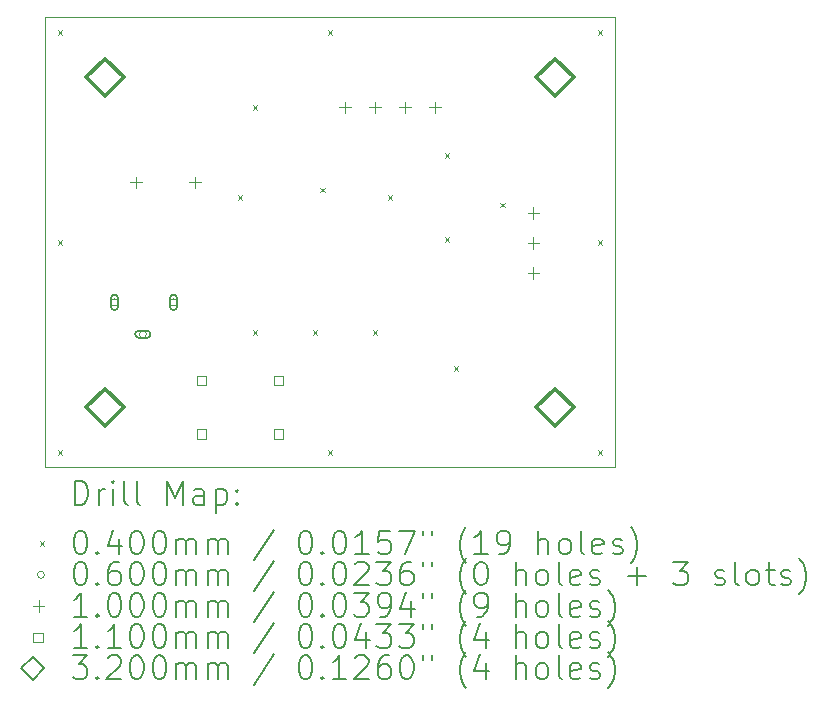
<source format=gbr>
%TF.GenerationSoftware,KiCad,Pcbnew,(6.0.8)*%
%TF.CreationDate,2022-12-23T18:45:43+01:00*%
%TF.ProjectId,Neopixel_LED_Star,4e656f70-6978-4656-9c5f-4c45445f5374,rev?*%
%TF.SameCoordinates,Original*%
%TF.FileFunction,Drillmap*%
%TF.FilePolarity,Positive*%
%FSLAX45Y45*%
G04 Gerber Fmt 4.5, Leading zero omitted, Abs format (unit mm)*
G04 Created by KiCad (PCBNEW (6.0.8)) date 2022-12-23 18:45:43*
%MOMM*%
%LPD*%
G01*
G04 APERTURE LIST*
%ADD10C,0.100000*%
%ADD11C,0.200000*%
%ADD12C,0.040000*%
%ADD13C,0.060000*%
%ADD14C,0.110000*%
%ADD15C,0.320000*%
G04 APERTURE END LIST*
D10*
X12192000Y-10668000D02*
X12192000Y-6858000D01*
X17018000Y-6858000D02*
X17018000Y-10668000D01*
X12192000Y-6858000D02*
X17018000Y-6858000D01*
X17018000Y-10668000D02*
X12192000Y-10668000D01*
D11*
D12*
X12299000Y-6965000D02*
X12339000Y-7005000D01*
X12339000Y-6965000D02*
X12299000Y-7005000D01*
X12299000Y-8743000D02*
X12339000Y-8783000D01*
X12339000Y-8743000D02*
X12299000Y-8783000D01*
X12299000Y-10521000D02*
X12339000Y-10561000D01*
X12339000Y-10521000D02*
X12299000Y-10561000D01*
X13823000Y-8362000D02*
X13863000Y-8402000D01*
X13863000Y-8362000D02*
X13823000Y-8402000D01*
X13950000Y-7600000D02*
X13990000Y-7640000D01*
X13990000Y-7600000D02*
X13950000Y-7640000D01*
X13950000Y-9505000D02*
X13990000Y-9545000D01*
X13990000Y-9505000D02*
X13950000Y-9545000D01*
X14458000Y-9505000D02*
X14498000Y-9545000D01*
X14498000Y-9505000D02*
X14458000Y-9545000D01*
X14521500Y-8298500D02*
X14561500Y-8338500D01*
X14561500Y-8298500D02*
X14521500Y-8338500D01*
X14585000Y-6965000D02*
X14625000Y-7005000D01*
X14625000Y-6965000D02*
X14585000Y-7005000D01*
X14585000Y-10521000D02*
X14625000Y-10561000D01*
X14625000Y-10521000D02*
X14585000Y-10561000D01*
X14966000Y-9505000D02*
X15006000Y-9545000D01*
X15006000Y-9505000D02*
X14966000Y-9545000D01*
X15093000Y-8362000D02*
X15133000Y-8402000D01*
X15133000Y-8362000D02*
X15093000Y-8402000D01*
X15575600Y-8006400D02*
X15615600Y-8046400D01*
X15615600Y-8006400D02*
X15575600Y-8046400D01*
X15575600Y-8717600D02*
X15615600Y-8757600D01*
X15615600Y-8717600D02*
X15575600Y-8757600D01*
X15651800Y-9809800D02*
X15691800Y-9849800D01*
X15691800Y-9809800D02*
X15651800Y-9849800D01*
X16045500Y-8425500D02*
X16085500Y-8465500D01*
X16085500Y-8425500D02*
X16045500Y-8465500D01*
X16871000Y-6965000D02*
X16911000Y-7005000D01*
X16911000Y-6965000D02*
X16871000Y-7005000D01*
X16871000Y-8743000D02*
X16911000Y-8783000D01*
X16911000Y-8743000D02*
X16871000Y-8783000D01*
X16871000Y-10521000D02*
X16911000Y-10561000D01*
X16911000Y-10521000D02*
X16871000Y-10561000D01*
D13*
X12809700Y-9271000D02*
G75*
G03*
X12809700Y-9271000I-30000J0D01*
G01*
D11*
X12749700Y-9236000D02*
X12749700Y-9306000D01*
X12809700Y-9236000D02*
X12809700Y-9306000D01*
X12749700Y-9306000D02*
G75*
G03*
X12809700Y-9306000I30000J0D01*
G01*
X12809700Y-9236000D02*
G75*
G03*
X12749700Y-9236000I-30000J0D01*
G01*
D13*
X13049700Y-9541000D02*
G75*
G03*
X13049700Y-9541000I-30000J0D01*
G01*
D11*
X12984700Y-9571000D02*
X13054700Y-9571000D01*
X12984700Y-9511000D02*
X13054700Y-9511000D01*
X13054700Y-9571000D02*
G75*
G03*
X13054700Y-9511000I0J30000D01*
G01*
X12984700Y-9511000D02*
G75*
G03*
X12984700Y-9571000I0J-30000D01*
G01*
D13*
X13309700Y-9271000D02*
G75*
G03*
X13309700Y-9271000I-30000J0D01*
G01*
D11*
X13249700Y-9236000D02*
X13249700Y-9306000D01*
X13309700Y-9236000D02*
X13309700Y-9306000D01*
X13249700Y-9306000D02*
G75*
G03*
X13309700Y-9306000I30000J0D01*
G01*
X13309700Y-9236000D02*
G75*
G03*
X13249700Y-9236000I-30000J0D01*
G01*
D10*
X12962000Y-8205000D02*
X12962000Y-8305000D01*
X12912000Y-8255000D02*
X13012000Y-8255000D01*
X13462000Y-8205000D02*
X13462000Y-8305000D01*
X13412000Y-8255000D02*
X13512000Y-8255000D01*
X14732000Y-7570000D02*
X14732000Y-7670000D01*
X14682000Y-7620000D02*
X14782000Y-7620000D01*
X14986000Y-7570000D02*
X14986000Y-7670000D01*
X14936000Y-7620000D02*
X15036000Y-7620000D01*
X15240000Y-7570000D02*
X15240000Y-7670000D01*
X15190000Y-7620000D02*
X15290000Y-7620000D01*
X15494000Y-7570000D02*
X15494000Y-7670000D01*
X15444000Y-7620000D02*
X15544000Y-7620000D01*
X16326500Y-8467000D02*
X16326500Y-8567000D01*
X16276500Y-8517000D02*
X16376500Y-8517000D01*
X16326500Y-8721000D02*
X16326500Y-8821000D01*
X16276500Y-8771000D02*
X16376500Y-8771000D01*
X16326500Y-8975000D02*
X16326500Y-9075000D01*
X16276500Y-9025000D02*
X16376500Y-9025000D01*
D14*
X13556891Y-9973891D02*
X13556891Y-9896109D01*
X13479109Y-9896109D01*
X13479109Y-9973891D01*
X13556891Y-9973891D01*
X13556891Y-10423891D02*
X13556891Y-10346109D01*
X13479109Y-10346109D01*
X13479109Y-10423891D01*
X13556891Y-10423891D01*
X14206891Y-9973891D02*
X14206891Y-9896109D01*
X14129109Y-9896109D01*
X14129109Y-9973891D01*
X14206891Y-9973891D01*
X14206891Y-10423891D02*
X14206891Y-10346109D01*
X14129109Y-10346109D01*
X14129109Y-10423891D01*
X14206891Y-10423891D01*
D15*
X12700000Y-7526000D02*
X12860000Y-7366000D01*
X12700000Y-7206000D01*
X12540000Y-7366000D01*
X12700000Y-7526000D01*
X12700000Y-10320000D02*
X12860000Y-10160000D01*
X12700000Y-10000000D01*
X12540000Y-10160000D01*
X12700000Y-10320000D01*
X16510000Y-7526000D02*
X16670000Y-7366000D01*
X16510000Y-7206000D01*
X16350000Y-7366000D01*
X16510000Y-7526000D01*
X16510000Y-10320000D02*
X16670000Y-10160000D01*
X16510000Y-10000000D01*
X16350000Y-10160000D01*
X16510000Y-10320000D01*
D11*
X12444619Y-10983476D02*
X12444619Y-10783476D01*
X12492238Y-10783476D01*
X12520809Y-10793000D01*
X12539857Y-10812048D01*
X12549381Y-10831095D01*
X12558905Y-10869190D01*
X12558905Y-10897762D01*
X12549381Y-10935857D01*
X12539857Y-10954905D01*
X12520809Y-10973952D01*
X12492238Y-10983476D01*
X12444619Y-10983476D01*
X12644619Y-10983476D02*
X12644619Y-10850143D01*
X12644619Y-10888238D02*
X12654143Y-10869190D01*
X12663667Y-10859667D01*
X12682714Y-10850143D01*
X12701762Y-10850143D01*
X12768428Y-10983476D02*
X12768428Y-10850143D01*
X12768428Y-10783476D02*
X12758905Y-10793000D01*
X12768428Y-10802524D01*
X12777952Y-10793000D01*
X12768428Y-10783476D01*
X12768428Y-10802524D01*
X12892238Y-10983476D02*
X12873190Y-10973952D01*
X12863667Y-10954905D01*
X12863667Y-10783476D01*
X12997000Y-10983476D02*
X12977952Y-10973952D01*
X12968428Y-10954905D01*
X12968428Y-10783476D01*
X13225571Y-10983476D02*
X13225571Y-10783476D01*
X13292238Y-10926333D01*
X13358905Y-10783476D01*
X13358905Y-10983476D01*
X13539857Y-10983476D02*
X13539857Y-10878714D01*
X13530333Y-10859667D01*
X13511286Y-10850143D01*
X13473190Y-10850143D01*
X13454143Y-10859667D01*
X13539857Y-10973952D02*
X13520809Y-10983476D01*
X13473190Y-10983476D01*
X13454143Y-10973952D01*
X13444619Y-10954905D01*
X13444619Y-10935857D01*
X13454143Y-10916810D01*
X13473190Y-10907286D01*
X13520809Y-10907286D01*
X13539857Y-10897762D01*
X13635095Y-10850143D02*
X13635095Y-11050143D01*
X13635095Y-10859667D02*
X13654143Y-10850143D01*
X13692238Y-10850143D01*
X13711286Y-10859667D01*
X13720809Y-10869190D01*
X13730333Y-10888238D01*
X13730333Y-10945381D01*
X13720809Y-10964429D01*
X13711286Y-10973952D01*
X13692238Y-10983476D01*
X13654143Y-10983476D01*
X13635095Y-10973952D01*
X13816048Y-10964429D02*
X13825571Y-10973952D01*
X13816048Y-10983476D01*
X13806524Y-10973952D01*
X13816048Y-10964429D01*
X13816048Y-10983476D01*
X13816048Y-10859667D02*
X13825571Y-10869190D01*
X13816048Y-10878714D01*
X13806524Y-10869190D01*
X13816048Y-10859667D01*
X13816048Y-10878714D01*
D12*
X12147000Y-11293000D02*
X12187000Y-11333000D01*
X12187000Y-11293000D02*
X12147000Y-11333000D01*
D11*
X12482714Y-11203476D02*
X12501762Y-11203476D01*
X12520809Y-11213000D01*
X12530333Y-11222524D01*
X12539857Y-11241571D01*
X12549381Y-11279667D01*
X12549381Y-11327286D01*
X12539857Y-11365381D01*
X12530333Y-11384428D01*
X12520809Y-11393952D01*
X12501762Y-11403476D01*
X12482714Y-11403476D01*
X12463667Y-11393952D01*
X12454143Y-11384428D01*
X12444619Y-11365381D01*
X12435095Y-11327286D01*
X12435095Y-11279667D01*
X12444619Y-11241571D01*
X12454143Y-11222524D01*
X12463667Y-11213000D01*
X12482714Y-11203476D01*
X12635095Y-11384428D02*
X12644619Y-11393952D01*
X12635095Y-11403476D01*
X12625571Y-11393952D01*
X12635095Y-11384428D01*
X12635095Y-11403476D01*
X12816048Y-11270143D02*
X12816048Y-11403476D01*
X12768428Y-11193952D02*
X12720809Y-11336809D01*
X12844619Y-11336809D01*
X12958905Y-11203476D02*
X12977952Y-11203476D01*
X12997000Y-11213000D01*
X13006524Y-11222524D01*
X13016048Y-11241571D01*
X13025571Y-11279667D01*
X13025571Y-11327286D01*
X13016048Y-11365381D01*
X13006524Y-11384428D01*
X12997000Y-11393952D01*
X12977952Y-11403476D01*
X12958905Y-11403476D01*
X12939857Y-11393952D01*
X12930333Y-11384428D01*
X12920809Y-11365381D01*
X12911286Y-11327286D01*
X12911286Y-11279667D01*
X12920809Y-11241571D01*
X12930333Y-11222524D01*
X12939857Y-11213000D01*
X12958905Y-11203476D01*
X13149381Y-11203476D02*
X13168428Y-11203476D01*
X13187476Y-11213000D01*
X13197000Y-11222524D01*
X13206524Y-11241571D01*
X13216048Y-11279667D01*
X13216048Y-11327286D01*
X13206524Y-11365381D01*
X13197000Y-11384428D01*
X13187476Y-11393952D01*
X13168428Y-11403476D01*
X13149381Y-11403476D01*
X13130333Y-11393952D01*
X13120809Y-11384428D01*
X13111286Y-11365381D01*
X13101762Y-11327286D01*
X13101762Y-11279667D01*
X13111286Y-11241571D01*
X13120809Y-11222524D01*
X13130333Y-11213000D01*
X13149381Y-11203476D01*
X13301762Y-11403476D02*
X13301762Y-11270143D01*
X13301762Y-11289190D02*
X13311286Y-11279667D01*
X13330333Y-11270143D01*
X13358905Y-11270143D01*
X13377952Y-11279667D01*
X13387476Y-11298714D01*
X13387476Y-11403476D01*
X13387476Y-11298714D02*
X13397000Y-11279667D01*
X13416048Y-11270143D01*
X13444619Y-11270143D01*
X13463667Y-11279667D01*
X13473190Y-11298714D01*
X13473190Y-11403476D01*
X13568428Y-11403476D02*
X13568428Y-11270143D01*
X13568428Y-11289190D02*
X13577952Y-11279667D01*
X13597000Y-11270143D01*
X13625571Y-11270143D01*
X13644619Y-11279667D01*
X13654143Y-11298714D01*
X13654143Y-11403476D01*
X13654143Y-11298714D02*
X13663667Y-11279667D01*
X13682714Y-11270143D01*
X13711286Y-11270143D01*
X13730333Y-11279667D01*
X13739857Y-11298714D01*
X13739857Y-11403476D01*
X14130333Y-11193952D02*
X13958905Y-11451095D01*
X14387476Y-11203476D02*
X14406524Y-11203476D01*
X14425571Y-11213000D01*
X14435095Y-11222524D01*
X14444619Y-11241571D01*
X14454143Y-11279667D01*
X14454143Y-11327286D01*
X14444619Y-11365381D01*
X14435095Y-11384428D01*
X14425571Y-11393952D01*
X14406524Y-11403476D01*
X14387476Y-11403476D01*
X14368428Y-11393952D01*
X14358905Y-11384428D01*
X14349381Y-11365381D01*
X14339857Y-11327286D01*
X14339857Y-11279667D01*
X14349381Y-11241571D01*
X14358905Y-11222524D01*
X14368428Y-11213000D01*
X14387476Y-11203476D01*
X14539857Y-11384428D02*
X14549381Y-11393952D01*
X14539857Y-11403476D01*
X14530333Y-11393952D01*
X14539857Y-11384428D01*
X14539857Y-11403476D01*
X14673190Y-11203476D02*
X14692238Y-11203476D01*
X14711286Y-11213000D01*
X14720809Y-11222524D01*
X14730333Y-11241571D01*
X14739857Y-11279667D01*
X14739857Y-11327286D01*
X14730333Y-11365381D01*
X14720809Y-11384428D01*
X14711286Y-11393952D01*
X14692238Y-11403476D01*
X14673190Y-11403476D01*
X14654143Y-11393952D01*
X14644619Y-11384428D01*
X14635095Y-11365381D01*
X14625571Y-11327286D01*
X14625571Y-11279667D01*
X14635095Y-11241571D01*
X14644619Y-11222524D01*
X14654143Y-11213000D01*
X14673190Y-11203476D01*
X14930333Y-11403476D02*
X14816048Y-11403476D01*
X14873190Y-11403476D02*
X14873190Y-11203476D01*
X14854143Y-11232048D01*
X14835095Y-11251095D01*
X14816048Y-11260619D01*
X15111286Y-11203476D02*
X15016048Y-11203476D01*
X15006524Y-11298714D01*
X15016048Y-11289190D01*
X15035095Y-11279667D01*
X15082714Y-11279667D01*
X15101762Y-11289190D01*
X15111286Y-11298714D01*
X15120809Y-11317762D01*
X15120809Y-11365381D01*
X15111286Y-11384428D01*
X15101762Y-11393952D01*
X15082714Y-11403476D01*
X15035095Y-11403476D01*
X15016048Y-11393952D01*
X15006524Y-11384428D01*
X15187476Y-11203476D02*
X15320809Y-11203476D01*
X15235095Y-11403476D01*
X15387476Y-11203476D02*
X15387476Y-11241571D01*
X15463667Y-11203476D02*
X15463667Y-11241571D01*
X15758905Y-11479667D02*
X15749381Y-11470143D01*
X15730333Y-11441571D01*
X15720809Y-11422524D01*
X15711286Y-11393952D01*
X15701762Y-11346333D01*
X15701762Y-11308238D01*
X15711286Y-11260619D01*
X15720809Y-11232048D01*
X15730333Y-11213000D01*
X15749381Y-11184429D01*
X15758905Y-11174905D01*
X15939857Y-11403476D02*
X15825571Y-11403476D01*
X15882714Y-11403476D02*
X15882714Y-11203476D01*
X15863667Y-11232048D01*
X15844619Y-11251095D01*
X15825571Y-11260619D01*
X16035095Y-11403476D02*
X16073190Y-11403476D01*
X16092238Y-11393952D01*
X16101762Y-11384428D01*
X16120809Y-11355857D01*
X16130333Y-11317762D01*
X16130333Y-11241571D01*
X16120809Y-11222524D01*
X16111286Y-11213000D01*
X16092238Y-11203476D01*
X16054143Y-11203476D01*
X16035095Y-11213000D01*
X16025571Y-11222524D01*
X16016048Y-11241571D01*
X16016048Y-11289190D01*
X16025571Y-11308238D01*
X16035095Y-11317762D01*
X16054143Y-11327286D01*
X16092238Y-11327286D01*
X16111286Y-11317762D01*
X16120809Y-11308238D01*
X16130333Y-11289190D01*
X16368428Y-11403476D02*
X16368428Y-11203476D01*
X16454143Y-11403476D02*
X16454143Y-11298714D01*
X16444619Y-11279667D01*
X16425571Y-11270143D01*
X16397000Y-11270143D01*
X16377952Y-11279667D01*
X16368428Y-11289190D01*
X16577952Y-11403476D02*
X16558905Y-11393952D01*
X16549381Y-11384428D01*
X16539857Y-11365381D01*
X16539857Y-11308238D01*
X16549381Y-11289190D01*
X16558905Y-11279667D01*
X16577952Y-11270143D01*
X16606524Y-11270143D01*
X16625571Y-11279667D01*
X16635095Y-11289190D01*
X16644619Y-11308238D01*
X16644619Y-11365381D01*
X16635095Y-11384428D01*
X16625571Y-11393952D01*
X16606524Y-11403476D01*
X16577952Y-11403476D01*
X16758905Y-11403476D02*
X16739857Y-11393952D01*
X16730333Y-11374905D01*
X16730333Y-11203476D01*
X16911286Y-11393952D02*
X16892238Y-11403476D01*
X16854143Y-11403476D01*
X16835095Y-11393952D01*
X16825571Y-11374905D01*
X16825571Y-11298714D01*
X16835095Y-11279667D01*
X16854143Y-11270143D01*
X16892238Y-11270143D01*
X16911286Y-11279667D01*
X16920810Y-11298714D01*
X16920810Y-11317762D01*
X16825571Y-11336809D01*
X16997000Y-11393952D02*
X17016048Y-11403476D01*
X17054143Y-11403476D01*
X17073190Y-11393952D01*
X17082714Y-11374905D01*
X17082714Y-11365381D01*
X17073190Y-11346333D01*
X17054143Y-11336809D01*
X17025571Y-11336809D01*
X17006524Y-11327286D01*
X16997000Y-11308238D01*
X16997000Y-11298714D01*
X17006524Y-11279667D01*
X17025571Y-11270143D01*
X17054143Y-11270143D01*
X17073190Y-11279667D01*
X17149381Y-11479667D02*
X17158905Y-11470143D01*
X17177952Y-11441571D01*
X17187476Y-11422524D01*
X17197000Y-11393952D01*
X17206524Y-11346333D01*
X17206524Y-11308238D01*
X17197000Y-11260619D01*
X17187476Y-11232048D01*
X17177952Y-11213000D01*
X17158905Y-11184429D01*
X17149381Y-11174905D01*
D13*
X12187000Y-11577000D02*
G75*
G03*
X12187000Y-11577000I-30000J0D01*
G01*
D11*
X12482714Y-11467476D02*
X12501762Y-11467476D01*
X12520809Y-11477000D01*
X12530333Y-11486524D01*
X12539857Y-11505571D01*
X12549381Y-11543667D01*
X12549381Y-11591286D01*
X12539857Y-11629381D01*
X12530333Y-11648428D01*
X12520809Y-11657952D01*
X12501762Y-11667476D01*
X12482714Y-11667476D01*
X12463667Y-11657952D01*
X12454143Y-11648428D01*
X12444619Y-11629381D01*
X12435095Y-11591286D01*
X12435095Y-11543667D01*
X12444619Y-11505571D01*
X12454143Y-11486524D01*
X12463667Y-11477000D01*
X12482714Y-11467476D01*
X12635095Y-11648428D02*
X12644619Y-11657952D01*
X12635095Y-11667476D01*
X12625571Y-11657952D01*
X12635095Y-11648428D01*
X12635095Y-11667476D01*
X12816048Y-11467476D02*
X12777952Y-11467476D01*
X12758905Y-11477000D01*
X12749381Y-11486524D01*
X12730333Y-11515095D01*
X12720809Y-11553190D01*
X12720809Y-11629381D01*
X12730333Y-11648428D01*
X12739857Y-11657952D01*
X12758905Y-11667476D01*
X12797000Y-11667476D01*
X12816048Y-11657952D01*
X12825571Y-11648428D01*
X12835095Y-11629381D01*
X12835095Y-11581762D01*
X12825571Y-11562714D01*
X12816048Y-11553190D01*
X12797000Y-11543667D01*
X12758905Y-11543667D01*
X12739857Y-11553190D01*
X12730333Y-11562714D01*
X12720809Y-11581762D01*
X12958905Y-11467476D02*
X12977952Y-11467476D01*
X12997000Y-11477000D01*
X13006524Y-11486524D01*
X13016048Y-11505571D01*
X13025571Y-11543667D01*
X13025571Y-11591286D01*
X13016048Y-11629381D01*
X13006524Y-11648428D01*
X12997000Y-11657952D01*
X12977952Y-11667476D01*
X12958905Y-11667476D01*
X12939857Y-11657952D01*
X12930333Y-11648428D01*
X12920809Y-11629381D01*
X12911286Y-11591286D01*
X12911286Y-11543667D01*
X12920809Y-11505571D01*
X12930333Y-11486524D01*
X12939857Y-11477000D01*
X12958905Y-11467476D01*
X13149381Y-11467476D02*
X13168428Y-11467476D01*
X13187476Y-11477000D01*
X13197000Y-11486524D01*
X13206524Y-11505571D01*
X13216048Y-11543667D01*
X13216048Y-11591286D01*
X13206524Y-11629381D01*
X13197000Y-11648428D01*
X13187476Y-11657952D01*
X13168428Y-11667476D01*
X13149381Y-11667476D01*
X13130333Y-11657952D01*
X13120809Y-11648428D01*
X13111286Y-11629381D01*
X13101762Y-11591286D01*
X13101762Y-11543667D01*
X13111286Y-11505571D01*
X13120809Y-11486524D01*
X13130333Y-11477000D01*
X13149381Y-11467476D01*
X13301762Y-11667476D02*
X13301762Y-11534143D01*
X13301762Y-11553190D02*
X13311286Y-11543667D01*
X13330333Y-11534143D01*
X13358905Y-11534143D01*
X13377952Y-11543667D01*
X13387476Y-11562714D01*
X13387476Y-11667476D01*
X13387476Y-11562714D02*
X13397000Y-11543667D01*
X13416048Y-11534143D01*
X13444619Y-11534143D01*
X13463667Y-11543667D01*
X13473190Y-11562714D01*
X13473190Y-11667476D01*
X13568428Y-11667476D02*
X13568428Y-11534143D01*
X13568428Y-11553190D02*
X13577952Y-11543667D01*
X13597000Y-11534143D01*
X13625571Y-11534143D01*
X13644619Y-11543667D01*
X13654143Y-11562714D01*
X13654143Y-11667476D01*
X13654143Y-11562714D02*
X13663667Y-11543667D01*
X13682714Y-11534143D01*
X13711286Y-11534143D01*
X13730333Y-11543667D01*
X13739857Y-11562714D01*
X13739857Y-11667476D01*
X14130333Y-11457952D02*
X13958905Y-11715095D01*
X14387476Y-11467476D02*
X14406524Y-11467476D01*
X14425571Y-11477000D01*
X14435095Y-11486524D01*
X14444619Y-11505571D01*
X14454143Y-11543667D01*
X14454143Y-11591286D01*
X14444619Y-11629381D01*
X14435095Y-11648428D01*
X14425571Y-11657952D01*
X14406524Y-11667476D01*
X14387476Y-11667476D01*
X14368428Y-11657952D01*
X14358905Y-11648428D01*
X14349381Y-11629381D01*
X14339857Y-11591286D01*
X14339857Y-11543667D01*
X14349381Y-11505571D01*
X14358905Y-11486524D01*
X14368428Y-11477000D01*
X14387476Y-11467476D01*
X14539857Y-11648428D02*
X14549381Y-11657952D01*
X14539857Y-11667476D01*
X14530333Y-11657952D01*
X14539857Y-11648428D01*
X14539857Y-11667476D01*
X14673190Y-11467476D02*
X14692238Y-11467476D01*
X14711286Y-11477000D01*
X14720809Y-11486524D01*
X14730333Y-11505571D01*
X14739857Y-11543667D01*
X14739857Y-11591286D01*
X14730333Y-11629381D01*
X14720809Y-11648428D01*
X14711286Y-11657952D01*
X14692238Y-11667476D01*
X14673190Y-11667476D01*
X14654143Y-11657952D01*
X14644619Y-11648428D01*
X14635095Y-11629381D01*
X14625571Y-11591286D01*
X14625571Y-11543667D01*
X14635095Y-11505571D01*
X14644619Y-11486524D01*
X14654143Y-11477000D01*
X14673190Y-11467476D01*
X14816048Y-11486524D02*
X14825571Y-11477000D01*
X14844619Y-11467476D01*
X14892238Y-11467476D01*
X14911286Y-11477000D01*
X14920809Y-11486524D01*
X14930333Y-11505571D01*
X14930333Y-11524619D01*
X14920809Y-11553190D01*
X14806524Y-11667476D01*
X14930333Y-11667476D01*
X14997000Y-11467476D02*
X15120809Y-11467476D01*
X15054143Y-11543667D01*
X15082714Y-11543667D01*
X15101762Y-11553190D01*
X15111286Y-11562714D01*
X15120809Y-11581762D01*
X15120809Y-11629381D01*
X15111286Y-11648428D01*
X15101762Y-11657952D01*
X15082714Y-11667476D01*
X15025571Y-11667476D01*
X15006524Y-11657952D01*
X14997000Y-11648428D01*
X15292238Y-11467476D02*
X15254143Y-11467476D01*
X15235095Y-11477000D01*
X15225571Y-11486524D01*
X15206524Y-11515095D01*
X15197000Y-11553190D01*
X15197000Y-11629381D01*
X15206524Y-11648428D01*
X15216048Y-11657952D01*
X15235095Y-11667476D01*
X15273190Y-11667476D01*
X15292238Y-11657952D01*
X15301762Y-11648428D01*
X15311286Y-11629381D01*
X15311286Y-11581762D01*
X15301762Y-11562714D01*
X15292238Y-11553190D01*
X15273190Y-11543667D01*
X15235095Y-11543667D01*
X15216048Y-11553190D01*
X15206524Y-11562714D01*
X15197000Y-11581762D01*
X15387476Y-11467476D02*
X15387476Y-11505571D01*
X15463667Y-11467476D02*
X15463667Y-11505571D01*
X15758905Y-11743667D02*
X15749381Y-11734143D01*
X15730333Y-11705571D01*
X15720809Y-11686524D01*
X15711286Y-11657952D01*
X15701762Y-11610333D01*
X15701762Y-11572238D01*
X15711286Y-11524619D01*
X15720809Y-11496048D01*
X15730333Y-11477000D01*
X15749381Y-11448428D01*
X15758905Y-11438905D01*
X15873190Y-11467476D02*
X15892238Y-11467476D01*
X15911286Y-11477000D01*
X15920809Y-11486524D01*
X15930333Y-11505571D01*
X15939857Y-11543667D01*
X15939857Y-11591286D01*
X15930333Y-11629381D01*
X15920809Y-11648428D01*
X15911286Y-11657952D01*
X15892238Y-11667476D01*
X15873190Y-11667476D01*
X15854143Y-11657952D01*
X15844619Y-11648428D01*
X15835095Y-11629381D01*
X15825571Y-11591286D01*
X15825571Y-11543667D01*
X15835095Y-11505571D01*
X15844619Y-11486524D01*
X15854143Y-11477000D01*
X15873190Y-11467476D01*
X16177952Y-11667476D02*
X16177952Y-11467476D01*
X16263667Y-11667476D02*
X16263667Y-11562714D01*
X16254143Y-11543667D01*
X16235095Y-11534143D01*
X16206524Y-11534143D01*
X16187476Y-11543667D01*
X16177952Y-11553190D01*
X16387476Y-11667476D02*
X16368428Y-11657952D01*
X16358905Y-11648428D01*
X16349381Y-11629381D01*
X16349381Y-11572238D01*
X16358905Y-11553190D01*
X16368428Y-11543667D01*
X16387476Y-11534143D01*
X16416048Y-11534143D01*
X16435095Y-11543667D01*
X16444619Y-11553190D01*
X16454143Y-11572238D01*
X16454143Y-11629381D01*
X16444619Y-11648428D01*
X16435095Y-11657952D01*
X16416048Y-11667476D01*
X16387476Y-11667476D01*
X16568428Y-11667476D02*
X16549381Y-11657952D01*
X16539857Y-11638905D01*
X16539857Y-11467476D01*
X16720809Y-11657952D02*
X16701762Y-11667476D01*
X16663667Y-11667476D01*
X16644619Y-11657952D01*
X16635095Y-11638905D01*
X16635095Y-11562714D01*
X16644619Y-11543667D01*
X16663667Y-11534143D01*
X16701762Y-11534143D01*
X16720809Y-11543667D01*
X16730333Y-11562714D01*
X16730333Y-11581762D01*
X16635095Y-11600809D01*
X16806524Y-11657952D02*
X16825571Y-11667476D01*
X16863667Y-11667476D01*
X16882714Y-11657952D01*
X16892238Y-11638905D01*
X16892238Y-11629381D01*
X16882714Y-11610333D01*
X16863667Y-11600809D01*
X16835095Y-11600809D01*
X16816048Y-11591286D01*
X16806524Y-11572238D01*
X16806524Y-11562714D01*
X16816048Y-11543667D01*
X16835095Y-11534143D01*
X16863667Y-11534143D01*
X16882714Y-11543667D01*
X17130333Y-11591286D02*
X17282714Y-11591286D01*
X17206524Y-11667476D02*
X17206524Y-11515095D01*
X17511286Y-11467476D02*
X17635095Y-11467476D01*
X17568429Y-11543667D01*
X17597000Y-11543667D01*
X17616048Y-11553190D01*
X17625571Y-11562714D01*
X17635095Y-11581762D01*
X17635095Y-11629381D01*
X17625571Y-11648428D01*
X17616048Y-11657952D01*
X17597000Y-11667476D01*
X17539857Y-11667476D01*
X17520810Y-11657952D01*
X17511286Y-11648428D01*
X17863667Y-11657952D02*
X17882714Y-11667476D01*
X17920810Y-11667476D01*
X17939857Y-11657952D01*
X17949381Y-11638905D01*
X17949381Y-11629381D01*
X17939857Y-11610333D01*
X17920810Y-11600809D01*
X17892238Y-11600809D01*
X17873190Y-11591286D01*
X17863667Y-11572238D01*
X17863667Y-11562714D01*
X17873190Y-11543667D01*
X17892238Y-11534143D01*
X17920810Y-11534143D01*
X17939857Y-11543667D01*
X18063667Y-11667476D02*
X18044619Y-11657952D01*
X18035095Y-11638905D01*
X18035095Y-11467476D01*
X18168429Y-11667476D02*
X18149381Y-11657952D01*
X18139857Y-11648428D01*
X18130333Y-11629381D01*
X18130333Y-11572238D01*
X18139857Y-11553190D01*
X18149381Y-11543667D01*
X18168429Y-11534143D01*
X18197000Y-11534143D01*
X18216048Y-11543667D01*
X18225571Y-11553190D01*
X18235095Y-11572238D01*
X18235095Y-11629381D01*
X18225571Y-11648428D01*
X18216048Y-11657952D01*
X18197000Y-11667476D01*
X18168429Y-11667476D01*
X18292238Y-11534143D02*
X18368429Y-11534143D01*
X18320810Y-11467476D02*
X18320810Y-11638905D01*
X18330333Y-11657952D01*
X18349381Y-11667476D01*
X18368429Y-11667476D01*
X18425571Y-11657952D02*
X18444619Y-11667476D01*
X18482714Y-11667476D01*
X18501762Y-11657952D01*
X18511286Y-11638905D01*
X18511286Y-11629381D01*
X18501762Y-11610333D01*
X18482714Y-11600809D01*
X18454143Y-11600809D01*
X18435095Y-11591286D01*
X18425571Y-11572238D01*
X18425571Y-11562714D01*
X18435095Y-11543667D01*
X18454143Y-11534143D01*
X18482714Y-11534143D01*
X18501762Y-11543667D01*
X18577952Y-11743667D02*
X18587476Y-11734143D01*
X18606524Y-11705571D01*
X18616048Y-11686524D01*
X18625571Y-11657952D01*
X18635095Y-11610333D01*
X18635095Y-11572238D01*
X18625571Y-11524619D01*
X18616048Y-11496048D01*
X18606524Y-11477000D01*
X18587476Y-11448428D01*
X18577952Y-11438905D01*
D10*
X12137000Y-11791000D02*
X12137000Y-11891000D01*
X12087000Y-11841000D02*
X12187000Y-11841000D01*
D11*
X12549381Y-11931476D02*
X12435095Y-11931476D01*
X12492238Y-11931476D02*
X12492238Y-11731476D01*
X12473190Y-11760048D01*
X12454143Y-11779095D01*
X12435095Y-11788619D01*
X12635095Y-11912428D02*
X12644619Y-11921952D01*
X12635095Y-11931476D01*
X12625571Y-11921952D01*
X12635095Y-11912428D01*
X12635095Y-11931476D01*
X12768428Y-11731476D02*
X12787476Y-11731476D01*
X12806524Y-11741000D01*
X12816048Y-11750524D01*
X12825571Y-11769571D01*
X12835095Y-11807667D01*
X12835095Y-11855286D01*
X12825571Y-11893381D01*
X12816048Y-11912428D01*
X12806524Y-11921952D01*
X12787476Y-11931476D01*
X12768428Y-11931476D01*
X12749381Y-11921952D01*
X12739857Y-11912428D01*
X12730333Y-11893381D01*
X12720809Y-11855286D01*
X12720809Y-11807667D01*
X12730333Y-11769571D01*
X12739857Y-11750524D01*
X12749381Y-11741000D01*
X12768428Y-11731476D01*
X12958905Y-11731476D02*
X12977952Y-11731476D01*
X12997000Y-11741000D01*
X13006524Y-11750524D01*
X13016048Y-11769571D01*
X13025571Y-11807667D01*
X13025571Y-11855286D01*
X13016048Y-11893381D01*
X13006524Y-11912428D01*
X12997000Y-11921952D01*
X12977952Y-11931476D01*
X12958905Y-11931476D01*
X12939857Y-11921952D01*
X12930333Y-11912428D01*
X12920809Y-11893381D01*
X12911286Y-11855286D01*
X12911286Y-11807667D01*
X12920809Y-11769571D01*
X12930333Y-11750524D01*
X12939857Y-11741000D01*
X12958905Y-11731476D01*
X13149381Y-11731476D02*
X13168428Y-11731476D01*
X13187476Y-11741000D01*
X13197000Y-11750524D01*
X13206524Y-11769571D01*
X13216048Y-11807667D01*
X13216048Y-11855286D01*
X13206524Y-11893381D01*
X13197000Y-11912428D01*
X13187476Y-11921952D01*
X13168428Y-11931476D01*
X13149381Y-11931476D01*
X13130333Y-11921952D01*
X13120809Y-11912428D01*
X13111286Y-11893381D01*
X13101762Y-11855286D01*
X13101762Y-11807667D01*
X13111286Y-11769571D01*
X13120809Y-11750524D01*
X13130333Y-11741000D01*
X13149381Y-11731476D01*
X13301762Y-11931476D02*
X13301762Y-11798143D01*
X13301762Y-11817190D02*
X13311286Y-11807667D01*
X13330333Y-11798143D01*
X13358905Y-11798143D01*
X13377952Y-11807667D01*
X13387476Y-11826714D01*
X13387476Y-11931476D01*
X13387476Y-11826714D02*
X13397000Y-11807667D01*
X13416048Y-11798143D01*
X13444619Y-11798143D01*
X13463667Y-11807667D01*
X13473190Y-11826714D01*
X13473190Y-11931476D01*
X13568428Y-11931476D02*
X13568428Y-11798143D01*
X13568428Y-11817190D02*
X13577952Y-11807667D01*
X13597000Y-11798143D01*
X13625571Y-11798143D01*
X13644619Y-11807667D01*
X13654143Y-11826714D01*
X13654143Y-11931476D01*
X13654143Y-11826714D02*
X13663667Y-11807667D01*
X13682714Y-11798143D01*
X13711286Y-11798143D01*
X13730333Y-11807667D01*
X13739857Y-11826714D01*
X13739857Y-11931476D01*
X14130333Y-11721952D02*
X13958905Y-11979095D01*
X14387476Y-11731476D02*
X14406524Y-11731476D01*
X14425571Y-11741000D01*
X14435095Y-11750524D01*
X14444619Y-11769571D01*
X14454143Y-11807667D01*
X14454143Y-11855286D01*
X14444619Y-11893381D01*
X14435095Y-11912428D01*
X14425571Y-11921952D01*
X14406524Y-11931476D01*
X14387476Y-11931476D01*
X14368428Y-11921952D01*
X14358905Y-11912428D01*
X14349381Y-11893381D01*
X14339857Y-11855286D01*
X14339857Y-11807667D01*
X14349381Y-11769571D01*
X14358905Y-11750524D01*
X14368428Y-11741000D01*
X14387476Y-11731476D01*
X14539857Y-11912428D02*
X14549381Y-11921952D01*
X14539857Y-11931476D01*
X14530333Y-11921952D01*
X14539857Y-11912428D01*
X14539857Y-11931476D01*
X14673190Y-11731476D02*
X14692238Y-11731476D01*
X14711286Y-11741000D01*
X14720809Y-11750524D01*
X14730333Y-11769571D01*
X14739857Y-11807667D01*
X14739857Y-11855286D01*
X14730333Y-11893381D01*
X14720809Y-11912428D01*
X14711286Y-11921952D01*
X14692238Y-11931476D01*
X14673190Y-11931476D01*
X14654143Y-11921952D01*
X14644619Y-11912428D01*
X14635095Y-11893381D01*
X14625571Y-11855286D01*
X14625571Y-11807667D01*
X14635095Y-11769571D01*
X14644619Y-11750524D01*
X14654143Y-11741000D01*
X14673190Y-11731476D01*
X14806524Y-11731476D02*
X14930333Y-11731476D01*
X14863667Y-11807667D01*
X14892238Y-11807667D01*
X14911286Y-11817190D01*
X14920809Y-11826714D01*
X14930333Y-11845762D01*
X14930333Y-11893381D01*
X14920809Y-11912428D01*
X14911286Y-11921952D01*
X14892238Y-11931476D01*
X14835095Y-11931476D01*
X14816048Y-11921952D01*
X14806524Y-11912428D01*
X15025571Y-11931476D02*
X15063667Y-11931476D01*
X15082714Y-11921952D01*
X15092238Y-11912428D01*
X15111286Y-11883857D01*
X15120809Y-11845762D01*
X15120809Y-11769571D01*
X15111286Y-11750524D01*
X15101762Y-11741000D01*
X15082714Y-11731476D01*
X15044619Y-11731476D01*
X15025571Y-11741000D01*
X15016048Y-11750524D01*
X15006524Y-11769571D01*
X15006524Y-11817190D01*
X15016048Y-11836238D01*
X15025571Y-11845762D01*
X15044619Y-11855286D01*
X15082714Y-11855286D01*
X15101762Y-11845762D01*
X15111286Y-11836238D01*
X15120809Y-11817190D01*
X15292238Y-11798143D02*
X15292238Y-11931476D01*
X15244619Y-11721952D02*
X15197000Y-11864809D01*
X15320809Y-11864809D01*
X15387476Y-11731476D02*
X15387476Y-11769571D01*
X15463667Y-11731476D02*
X15463667Y-11769571D01*
X15758905Y-12007667D02*
X15749381Y-11998143D01*
X15730333Y-11969571D01*
X15720809Y-11950524D01*
X15711286Y-11921952D01*
X15701762Y-11874333D01*
X15701762Y-11836238D01*
X15711286Y-11788619D01*
X15720809Y-11760048D01*
X15730333Y-11741000D01*
X15749381Y-11712428D01*
X15758905Y-11702905D01*
X15844619Y-11931476D02*
X15882714Y-11931476D01*
X15901762Y-11921952D01*
X15911286Y-11912428D01*
X15930333Y-11883857D01*
X15939857Y-11845762D01*
X15939857Y-11769571D01*
X15930333Y-11750524D01*
X15920809Y-11741000D01*
X15901762Y-11731476D01*
X15863667Y-11731476D01*
X15844619Y-11741000D01*
X15835095Y-11750524D01*
X15825571Y-11769571D01*
X15825571Y-11817190D01*
X15835095Y-11836238D01*
X15844619Y-11845762D01*
X15863667Y-11855286D01*
X15901762Y-11855286D01*
X15920809Y-11845762D01*
X15930333Y-11836238D01*
X15939857Y-11817190D01*
X16177952Y-11931476D02*
X16177952Y-11731476D01*
X16263667Y-11931476D02*
X16263667Y-11826714D01*
X16254143Y-11807667D01*
X16235095Y-11798143D01*
X16206524Y-11798143D01*
X16187476Y-11807667D01*
X16177952Y-11817190D01*
X16387476Y-11931476D02*
X16368428Y-11921952D01*
X16358905Y-11912428D01*
X16349381Y-11893381D01*
X16349381Y-11836238D01*
X16358905Y-11817190D01*
X16368428Y-11807667D01*
X16387476Y-11798143D01*
X16416048Y-11798143D01*
X16435095Y-11807667D01*
X16444619Y-11817190D01*
X16454143Y-11836238D01*
X16454143Y-11893381D01*
X16444619Y-11912428D01*
X16435095Y-11921952D01*
X16416048Y-11931476D01*
X16387476Y-11931476D01*
X16568428Y-11931476D02*
X16549381Y-11921952D01*
X16539857Y-11902905D01*
X16539857Y-11731476D01*
X16720809Y-11921952D02*
X16701762Y-11931476D01*
X16663667Y-11931476D01*
X16644619Y-11921952D01*
X16635095Y-11902905D01*
X16635095Y-11826714D01*
X16644619Y-11807667D01*
X16663667Y-11798143D01*
X16701762Y-11798143D01*
X16720809Y-11807667D01*
X16730333Y-11826714D01*
X16730333Y-11845762D01*
X16635095Y-11864809D01*
X16806524Y-11921952D02*
X16825571Y-11931476D01*
X16863667Y-11931476D01*
X16882714Y-11921952D01*
X16892238Y-11902905D01*
X16892238Y-11893381D01*
X16882714Y-11874333D01*
X16863667Y-11864809D01*
X16835095Y-11864809D01*
X16816048Y-11855286D01*
X16806524Y-11836238D01*
X16806524Y-11826714D01*
X16816048Y-11807667D01*
X16835095Y-11798143D01*
X16863667Y-11798143D01*
X16882714Y-11807667D01*
X16958905Y-12007667D02*
X16968429Y-11998143D01*
X16987476Y-11969571D01*
X16997000Y-11950524D01*
X17006524Y-11921952D01*
X17016048Y-11874333D01*
X17016048Y-11836238D01*
X17006524Y-11788619D01*
X16997000Y-11760048D01*
X16987476Y-11741000D01*
X16968429Y-11712428D01*
X16958905Y-11702905D01*
D14*
X12170891Y-12143891D02*
X12170891Y-12066109D01*
X12093109Y-12066109D01*
X12093109Y-12143891D01*
X12170891Y-12143891D01*
D11*
X12549381Y-12195476D02*
X12435095Y-12195476D01*
X12492238Y-12195476D02*
X12492238Y-11995476D01*
X12473190Y-12024048D01*
X12454143Y-12043095D01*
X12435095Y-12052619D01*
X12635095Y-12176428D02*
X12644619Y-12185952D01*
X12635095Y-12195476D01*
X12625571Y-12185952D01*
X12635095Y-12176428D01*
X12635095Y-12195476D01*
X12835095Y-12195476D02*
X12720809Y-12195476D01*
X12777952Y-12195476D02*
X12777952Y-11995476D01*
X12758905Y-12024048D01*
X12739857Y-12043095D01*
X12720809Y-12052619D01*
X12958905Y-11995476D02*
X12977952Y-11995476D01*
X12997000Y-12005000D01*
X13006524Y-12014524D01*
X13016048Y-12033571D01*
X13025571Y-12071667D01*
X13025571Y-12119286D01*
X13016048Y-12157381D01*
X13006524Y-12176428D01*
X12997000Y-12185952D01*
X12977952Y-12195476D01*
X12958905Y-12195476D01*
X12939857Y-12185952D01*
X12930333Y-12176428D01*
X12920809Y-12157381D01*
X12911286Y-12119286D01*
X12911286Y-12071667D01*
X12920809Y-12033571D01*
X12930333Y-12014524D01*
X12939857Y-12005000D01*
X12958905Y-11995476D01*
X13149381Y-11995476D02*
X13168428Y-11995476D01*
X13187476Y-12005000D01*
X13197000Y-12014524D01*
X13206524Y-12033571D01*
X13216048Y-12071667D01*
X13216048Y-12119286D01*
X13206524Y-12157381D01*
X13197000Y-12176428D01*
X13187476Y-12185952D01*
X13168428Y-12195476D01*
X13149381Y-12195476D01*
X13130333Y-12185952D01*
X13120809Y-12176428D01*
X13111286Y-12157381D01*
X13101762Y-12119286D01*
X13101762Y-12071667D01*
X13111286Y-12033571D01*
X13120809Y-12014524D01*
X13130333Y-12005000D01*
X13149381Y-11995476D01*
X13301762Y-12195476D02*
X13301762Y-12062143D01*
X13301762Y-12081190D02*
X13311286Y-12071667D01*
X13330333Y-12062143D01*
X13358905Y-12062143D01*
X13377952Y-12071667D01*
X13387476Y-12090714D01*
X13387476Y-12195476D01*
X13387476Y-12090714D02*
X13397000Y-12071667D01*
X13416048Y-12062143D01*
X13444619Y-12062143D01*
X13463667Y-12071667D01*
X13473190Y-12090714D01*
X13473190Y-12195476D01*
X13568428Y-12195476D02*
X13568428Y-12062143D01*
X13568428Y-12081190D02*
X13577952Y-12071667D01*
X13597000Y-12062143D01*
X13625571Y-12062143D01*
X13644619Y-12071667D01*
X13654143Y-12090714D01*
X13654143Y-12195476D01*
X13654143Y-12090714D02*
X13663667Y-12071667D01*
X13682714Y-12062143D01*
X13711286Y-12062143D01*
X13730333Y-12071667D01*
X13739857Y-12090714D01*
X13739857Y-12195476D01*
X14130333Y-11985952D02*
X13958905Y-12243095D01*
X14387476Y-11995476D02*
X14406524Y-11995476D01*
X14425571Y-12005000D01*
X14435095Y-12014524D01*
X14444619Y-12033571D01*
X14454143Y-12071667D01*
X14454143Y-12119286D01*
X14444619Y-12157381D01*
X14435095Y-12176428D01*
X14425571Y-12185952D01*
X14406524Y-12195476D01*
X14387476Y-12195476D01*
X14368428Y-12185952D01*
X14358905Y-12176428D01*
X14349381Y-12157381D01*
X14339857Y-12119286D01*
X14339857Y-12071667D01*
X14349381Y-12033571D01*
X14358905Y-12014524D01*
X14368428Y-12005000D01*
X14387476Y-11995476D01*
X14539857Y-12176428D02*
X14549381Y-12185952D01*
X14539857Y-12195476D01*
X14530333Y-12185952D01*
X14539857Y-12176428D01*
X14539857Y-12195476D01*
X14673190Y-11995476D02*
X14692238Y-11995476D01*
X14711286Y-12005000D01*
X14720809Y-12014524D01*
X14730333Y-12033571D01*
X14739857Y-12071667D01*
X14739857Y-12119286D01*
X14730333Y-12157381D01*
X14720809Y-12176428D01*
X14711286Y-12185952D01*
X14692238Y-12195476D01*
X14673190Y-12195476D01*
X14654143Y-12185952D01*
X14644619Y-12176428D01*
X14635095Y-12157381D01*
X14625571Y-12119286D01*
X14625571Y-12071667D01*
X14635095Y-12033571D01*
X14644619Y-12014524D01*
X14654143Y-12005000D01*
X14673190Y-11995476D01*
X14911286Y-12062143D02*
X14911286Y-12195476D01*
X14863667Y-11985952D02*
X14816048Y-12128809D01*
X14939857Y-12128809D01*
X14997000Y-11995476D02*
X15120809Y-11995476D01*
X15054143Y-12071667D01*
X15082714Y-12071667D01*
X15101762Y-12081190D01*
X15111286Y-12090714D01*
X15120809Y-12109762D01*
X15120809Y-12157381D01*
X15111286Y-12176428D01*
X15101762Y-12185952D01*
X15082714Y-12195476D01*
X15025571Y-12195476D01*
X15006524Y-12185952D01*
X14997000Y-12176428D01*
X15187476Y-11995476D02*
X15311286Y-11995476D01*
X15244619Y-12071667D01*
X15273190Y-12071667D01*
X15292238Y-12081190D01*
X15301762Y-12090714D01*
X15311286Y-12109762D01*
X15311286Y-12157381D01*
X15301762Y-12176428D01*
X15292238Y-12185952D01*
X15273190Y-12195476D01*
X15216048Y-12195476D01*
X15197000Y-12185952D01*
X15187476Y-12176428D01*
X15387476Y-11995476D02*
X15387476Y-12033571D01*
X15463667Y-11995476D02*
X15463667Y-12033571D01*
X15758905Y-12271667D02*
X15749381Y-12262143D01*
X15730333Y-12233571D01*
X15720809Y-12214524D01*
X15711286Y-12185952D01*
X15701762Y-12138333D01*
X15701762Y-12100238D01*
X15711286Y-12052619D01*
X15720809Y-12024048D01*
X15730333Y-12005000D01*
X15749381Y-11976428D01*
X15758905Y-11966905D01*
X15920809Y-12062143D02*
X15920809Y-12195476D01*
X15873190Y-11985952D02*
X15825571Y-12128809D01*
X15949381Y-12128809D01*
X16177952Y-12195476D02*
X16177952Y-11995476D01*
X16263667Y-12195476D02*
X16263667Y-12090714D01*
X16254143Y-12071667D01*
X16235095Y-12062143D01*
X16206524Y-12062143D01*
X16187476Y-12071667D01*
X16177952Y-12081190D01*
X16387476Y-12195476D02*
X16368428Y-12185952D01*
X16358905Y-12176428D01*
X16349381Y-12157381D01*
X16349381Y-12100238D01*
X16358905Y-12081190D01*
X16368428Y-12071667D01*
X16387476Y-12062143D01*
X16416048Y-12062143D01*
X16435095Y-12071667D01*
X16444619Y-12081190D01*
X16454143Y-12100238D01*
X16454143Y-12157381D01*
X16444619Y-12176428D01*
X16435095Y-12185952D01*
X16416048Y-12195476D01*
X16387476Y-12195476D01*
X16568428Y-12195476D02*
X16549381Y-12185952D01*
X16539857Y-12166905D01*
X16539857Y-11995476D01*
X16720809Y-12185952D02*
X16701762Y-12195476D01*
X16663667Y-12195476D01*
X16644619Y-12185952D01*
X16635095Y-12166905D01*
X16635095Y-12090714D01*
X16644619Y-12071667D01*
X16663667Y-12062143D01*
X16701762Y-12062143D01*
X16720809Y-12071667D01*
X16730333Y-12090714D01*
X16730333Y-12109762D01*
X16635095Y-12128809D01*
X16806524Y-12185952D02*
X16825571Y-12195476D01*
X16863667Y-12195476D01*
X16882714Y-12185952D01*
X16892238Y-12166905D01*
X16892238Y-12157381D01*
X16882714Y-12138333D01*
X16863667Y-12128809D01*
X16835095Y-12128809D01*
X16816048Y-12119286D01*
X16806524Y-12100238D01*
X16806524Y-12090714D01*
X16816048Y-12071667D01*
X16835095Y-12062143D01*
X16863667Y-12062143D01*
X16882714Y-12071667D01*
X16958905Y-12271667D02*
X16968429Y-12262143D01*
X16987476Y-12233571D01*
X16997000Y-12214524D01*
X17006524Y-12185952D01*
X17016048Y-12138333D01*
X17016048Y-12100238D01*
X17006524Y-12052619D01*
X16997000Y-12024048D01*
X16987476Y-12005000D01*
X16968429Y-11976428D01*
X16958905Y-11966905D01*
X12087000Y-12469000D02*
X12187000Y-12369000D01*
X12087000Y-12269000D01*
X11987000Y-12369000D01*
X12087000Y-12469000D01*
X12425571Y-12259476D02*
X12549381Y-12259476D01*
X12482714Y-12335667D01*
X12511286Y-12335667D01*
X12530333Y-12345190D01*
X12539857Y-12354714D01*
X12549381Y-12373762D01*
X12549381Y-12421381D01*
X12539857Y-12440428D01*
X12530333Y-12449952D01*
X12511286Y-12459476D01*
X12454143Y-12459476D01*
X12435095Y-12449952D01*
X12425571Y-12440428D01*
X12635095Y-12440428D02*
X12644619Y-12449952D01*
X12635095Y-12459476D01*
X12625571Y-12449952D01*
X12635095Y-12440428D01*
X12635095Y-12459476D01*
X12720809Y-12278524D02*
X12730333Y-12269000D01*
X12749381Y-12259476D01*
X12797000Y-12259476D01*
X12816048Y-12269000D01*
X12825571Y-12278524D01*
X12835095Y-12297571D01*
X12835095Y-12316619D01*
X12825571Y-12345190D01*
X12711286Y-12459476D01*
X12835095Y-12459476D01*
X12958905Y-12259476D02*
X12977952Y-12259476D01*
X12997000Y-12269000D01*
X13006524Y-12278524D01*
X13016048Y-12297571D01*
X13025571Y-12335667D01*
X13025571Y-12383286D01*
X13016048Y-12421381D01*
X13006524Y-12440428D01*
X12997000Y-12449952D01*
X12977952Y-12459476D01*
X12958905Y-12459476D01*
X12939857Y-12449952D01*
X12930333Y-12440428D01*
X12920809Y-12421381D01*
X12911286Y-12383286D01*
X12911286Y-12335667D01*
X12920809Y-12297571D01*
X12930333Y-12278524D01*
X12939857Y-12269000D01*
X12958905Y-12259476D01*
X13149381Y-12259476D02*
X13168428Y-12259476D01*
X13187476Y-12269000D01*
X13197000Y-12278524D01*
X13206524Y-12297571D01*
X13216048Y-12335667D01*
X13216048Y-12383286D01*
X13206524Y-12421381D01*
X13197000Y-12440428D01*
X13187476Y-12449952D01*
X13168428Y-12459476D01*
X13149381Y-12459476D01*
X13130333Y-12449952D01*
X13120809Y-12440428D01*
X13111286Y-12421381D01*
X13101762Y-12383286D01*
X13101762Y-12335667D01*
X13111286Y-12297571D01*
X13120809Y-12278524D01*
X13130333Y-12269000D01*
X13149381Y-12259476D01*
X13301762Y-12459476D02*
X13301762Y-12326143D01*
X13301762Y-12345190D02*
X13311286Y-12335667D01*
X13330333Y-12326143D01*
X13358905Y-12326143D01*
X13377952Y-12335667D01*
X13387476Y-12354714D01*
X13387476Y-12459476D01*
X13387476Y-12354714D02*
X13397000Y-12335667D01*
X13416048Y-12326143D01*
X13444619Y-12326143D01*
X13463667Y-12335667D01*
X13473190Y-12354714D01*
X13473190Y-12459476D01*
X13568428Y-12459476D02*
X13568428Y-12326143D01*
X13568428Y-12345190D02*
X13577952Y-12335667D01*
X13597000Y-12326143D01*
X13625571Y-12326143D01*
X13644619Y-12335667D01*
X13654143Y-12354714D01*
X13654143Y-12459476D01*
X13654143Y-12354714D02*
X13663667Y-12335667D01*
X13682714Y-12326143D01*
X13711286Y-12326143D01*
X13730333Y-12335667D01*
X13739857Y-12354714D01*
X13739857Y-12459476D01*
X14130333Y-12249952D02*
X13958905Y-12507095D01*
X14387476Y-12259476D02*
X14406524Y-12259476D01*
X14425571Y-12269000D01*
X14435095Y-12278524D01*
X14444619Y-12297571D01*
X14454143Y-12335667D01*
X14454143Y-12383286D01*
X14444619Y-12421381D01*
X14435095Y-12440428D01*
X14425571Y-12449952D01*
X14406524Y-12459476D01*
X14387476Y-12459476D01*
X14368428Y-12449952D01*
X14358905Y-12440428D01*
X14349381Y-12421381D01*
X14339857Y-12383286D01*
X14339857Y-12335667D01*
X14349381Y-12297571D01*
X14358905Y-12278524D01*
X14368428Y-12269000D01*
X14387476Y-12259476D01*
X14539857Y-12440428D02*
X14549381Y-12449952D01*
X14539857Y-12459476D01*
X14530333Y-12449952D01*
X14539857Y-12440428D01*
X14539857Y-12459476D01*
X14739857Y-12459476D02*
X14625571Y-12459476D01*
X14682714Y-12459476D02*
X14682714Y-12259476D01*
X14663667Y-12288048D01*
X14644619Y-12307095D01*
X14625571Y-12316619D01*
X14816048Y-12278524D02*
X14825571Y-12269000D01*
X14844619Y-12259476D01*
X14892238Y-12259476D01*
X14911286Y-12269000D01*
X14920809Y-12278524D01*
X14930333Y-12297571D01*
X14930333Y-12316619D01*
X14920809Y-12345190D01*
X14806524Y-12459476D01*
X14930333Y-12459476D01*
X15101762Y-12259476D02*
X15063667Y-12259476D01*
X15044619Y-12269000D01*
X15035095Y-12278524D01*
X15016048Y-12307095D01*
X15006524Y-12345190D01*
X15006524Y-12421381D01*
X15016048Y-12440428D01*
X15025571Y-12449952D01*
X15044619Y-12459476D01*
X15082714Y-12459476D01*
X15101762Y-12449952D01*
X15111286Y-12440428D01*
X15120809Y-12421381D01*
X15120809Y-12373762D01*
X15111286Y-12354714D01*
X15101762Y-12345190D01*
X15082714Y-12335667D01*
X15044619Y-12335667D01*
X15025571Y-12345190D01*
X15016048Y-12354714D01*
X15006524Y-12373762D01*
X15244619Y-12259476D02*
X15263667Y-12259476D01*
X15282714Y-12269000D01*
X15292238Y-12278524D01*
X15301762Y-12297571D01*
X15311286Y-12335667D01*
X15311286Y-12383286D01*
X15301762Y-12421381D01*
X15292238Y-12440428D01*
X15282714Y-12449952D01*
X15263667Y-12459476D01*
X15244619Y-12459476D01*
X15225571Y-12449952D01*
X15216048Y-12440428D01*
X15206524Y-12421381D01*
X15197000Y-12383286D01*
X15197000Y-12335667D01*
X15206524Y-12297571D01*
X15216048Y-12278524D01*
X15225571Y-12269000D01*
X15244619Y-12259476D01*
X15387476Y-12259476D02*
X15387476Y-12297571D01*
X15463667Y-12259476D02*
X15463667Y-12297571D01*
X15758905Y-12535667D02*
X15749381Y-12526143D01*
X15730333Y-12497571D01*
X15720809Y-12478524D01*
X15711286Y-12449952D01*
X15701762Y-12402333D01*
X15701762Y-12364238D01*
X15711286Y-12316619D01*
X15720809Y-12288048D01*
X15730333Y-12269000D01*
X15749381Y-12240428D01*
X15758905Y-12230905D01*
X15920809Y-12326143D02*
X15920809Y-12459476D01*
X15873190Y-12249952D02*
X15825571Y-12392809D01*
X15949381Y-12392809D01*
X16177952Y-12459476D02*
X16177952Y-12259476D01*
X16263667Y-12459476D02*
X16263667Y-12354714D01*
X16254143Y-12335667D01*
X16235095Y-12326143D01*
X16206524Y-12326143D01*
X16187476Y-12335667D01*
X16177952Y-12345190D01*
X16387476Y-12459476D02*
X16368428Y-12449952D01*
X16358905Y-12440428D01*
X16349381Y-12421381D01*
X16349381Y-12364238D01*
X16358905Y-12345190D01*
X16368428Y-12335667D01*
X16387476Y-12326143D01*
X16416048Y-12326143D01*
X16435095Y-12335667D01*
X16444619Y-12345190D01*
X16454143Y-12364238D01*
X16454143Y-12421381D01*
X16444619Y-12440428D01*
X16435095Y-12449952D01*
X16416048Y-12459476D01*
X16387476Y-12459476D01*
X16568428Y-12459476D02*
X16549381Y-12449952D01*
X16539857Y-12430905D01*
X16539857Y-12259476D01*
X16720809Y-12449952D02*
X16701762Y-12459476D01*
X16663667Y-12459476D01*
X16644619Y-12449952D01*
X16635095Y-12430905D01*
X16635095Y-12354714D01*
X16644619Y-12335667D01*
X16663667Y-12326143D01*
X16701762Y-12326143D01*
X16720809Y-12335667D01*
X16730333Y-12354714D01*
X16730333Y-12373762D01*
X16635095Y-12392809D01*
X16806524Y-12449952D02*
X16825571Y-12459476D01*
X16863667Y-12459476D01*
X16882714Y-12449952D01*
X16892238Y-12430905D01*
X16892238Y-12421381D01*
X16882714Y-12402333D01*
X16863667Y-12392809D01*
X16835095Y-12392809D01*
X16816048Y-12383286D01*
X16806524Y-12364238D01*
X16806524Y-12354714D01*
X16816048Y-12335667D01*
X16835095Y-12326143D01*
X16863667Y-12326143D01*
X16882714Y-12335667D01*
X16958905Y-12535667D02*
X16968429Y-12526143D01*
X16987476Y-12497571D01*
X16997000Y-12478524D01*
X17006524Y-12449952D01*
X17016048Y-12402333D01*
X17016048Y-12364238D01*
X17006524Y-12316619D01*
X16997000Y-12288048D01*
X16987476Y-12269000D01*
X16968429Y-12240428D01*
X16958905Y-12230905D01*
M02*

</source>
